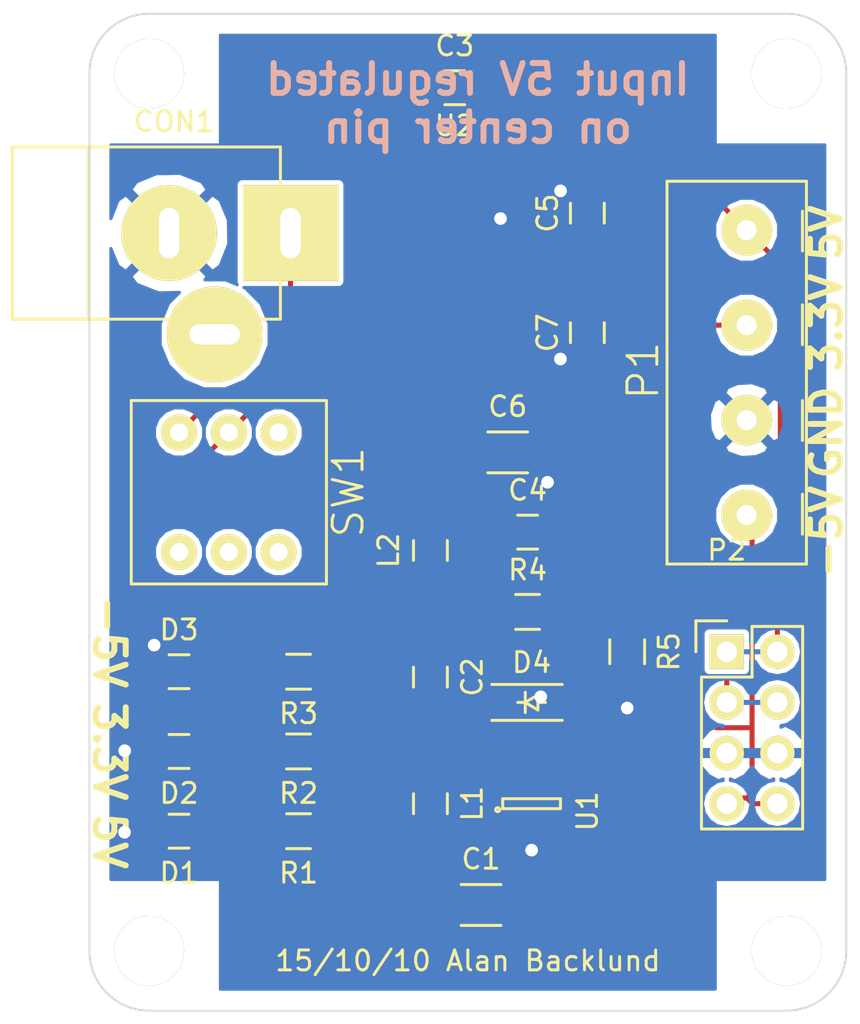
<source format=kicad_pcb>
(kicad_pcb (version 4) (host pcbnew "(2014-10-22 BZR 5214)-product")

  (general
    (links 49)
    (no_connects 0)
    (area 145.361476 97.32012 194.638524 153.03026)
    (thickness 1.6)
    (drawings 17)
    (tracks 160)
    (zones 0)
    (modules 28)
    (nets 13)
  )

  (page A4)
  (layers
    (0 F.Cu signal)
    (31 B.Cu signal)
    (32 B.Adhes user)
    (33 F.Adhes user)
    (34 B.Paste user)
    (35 F.Paste user)
    (36 B.SilkS user)
    (37 F.SilkS user)
    (38 B.Mask user)
    (39 F.Mask user)
    (40 Dwgs.User user)
    (41 Cmts.User user)
    (42 Eco1.User user)
    (43 Eco2.User user)
    (44 Edge.Cuts user)
    (45 Margin user)
    (46 B.CrtYd user)
    (47 F.CrtYd user)
    (48 B.Fab user)
    (49 F.Fab user)
  )

  (setup
    (last_trace_width 0.254)
    (trace_clearance 0.254)
    (zone_clearance 0.1524)
    (zone_45_only no)
    (trace_min 0.254)
    (segment_width 0.2)
    (edge_width 0.1)
    (via_size 0.889)
    (via_drill 0.635)
    (via_min_size 0.889)
    (via_min_drill 0.508)
    (uvia_size 0.508)
    (uvia_drill 0.127)
    (uvias_allowed no)
    (uvia_min_size 0.508)
    (uvia_min_drill 0.127)
    (pcb_text_width 0.3)
    (pcb_text_size 1.5 1.5)
    (mod_edge_width 0.15)
    (mod_text_size 1 1)
    (mod_text_width 0.15)
    (pad_size 1.5 1.5)
    (pad_drill 0.6)
    (pad_to_mask_clearance 0)
    (aux_axis_origin 0 0)
    (visible_elements FFFFFF7F)
    (pcbplotparams
      (layerselection 0x010f0_80000001)
      (usegerberextensions false)
      (excludeedgelayer true)
      (linewidth 0.200000)
      (plotframeref false)
      (viasonmask false)
      (mode 1)
      (useauxorigin false)
      (hpglpennumber 1)
      (hpglpenspeed 20)
      (hpglpendiameter 15)
      (hpglpenoverlay 2)
      (psnegative false)
      (psa4output false)
      (plotreference true)
      (plotvalue true)
      (plotinvisibletext false)
      (padsonsilk false)
      (subtractmaskfromsilk false)
      (outputformat 1)
      (mirror false)
      (drillshape 0)
      (scaleselection 1)
      (outputdirectory ""))
  )

  (net 0 "")
  (net 1 +5V)
  (net 2 GND)
  (net 3 "Net-(C2-Pad1)")
  (net 4 "Net-(C2-Pad2)")
  (net 5 -5V)
  (net 6 "Net-(C4-Pad2)")
  (net 7 +3.3V)
  (net 8 "Net-(CON1-Pad1)")
  (net 9 "Net-(CON1-Pad3)")
  (net 10 "Net-(D1-Pad1)")
  (net 11 "Net-(D2-Pad1)")
  (net 12 "Net-(D3-Pad2)")

  (net_class Default "This is the default net class."
    (clearance 0.254)
    (trace_width 0.254)
    (via_dia 0.889)
    (via_drill 0.635)
    (uvia_dia 0.508)
    (uvia_drill 0.127)
    (add_net +3.3V)
    (add_net +5V)
    (add_net -5V)
    (add_net GND)
    (add_net "Net-(C2-Pad1)")
    (add_net "Net-(C2-Pad2)")
    (add_net "Net-(C4-Pad2)")
    (add_net "Net-(CON1-Pad1)")
    (add_net "Net-(CON1-Pad3)")
    (add_net "Net-(D1-Pad1)")
    (add_net "Net-(D2-Pad1)")
    (add_net "Net-(D3-Pad2)")
  )

  (module Capacitors_SMD:C_1206_HandSoldering (layer F.Cu) (tedit 541A9C03) (tstamp 56180AA9)
    (at 170.66 144.7)
    (descr "Capacitor SMD 1206, hand soldering")
    (tags "capacitor 1206")
    (path /5617E158)
    (attr smd)
    (fp_text reference C1 (at 0 -2.3) (layer F.SilkS)
      (effects (font (size 1 1) (thickness 0.15)))
    )
    (fp_text value 4.7u (at 0 2.3) (layer F.Fab)
      (effects (font (size 1 1) (thickness 0.15)))
    )
    (fp_line (start -3.3 -1.15) (end 3.3 -1.15) (layer F.CrtYd) (width 0.05))
    (fp_line (start -3.3 1.15) (end 3.3 1.15) (layer F.CrtYd) (width 0.05))
    (fp_line (start -3.3 -1.15) (end -3.3 1.15) (layer F.CrtYd) (width 0.05))
    (fp_line (start 3.3 -1.15) (end 3.3 1.15) (layer F.CrtYd) (width 0.05))
    (fp_line (start 1 -1.025) (end -1 -1.025) (layer F.SilkS) (width 0.15))
    (fp_line (start -1 1.025) (end 1 1.025) (layer F.SilkS) (width 0.15))
    (pad 1 smd rect (at -2 0) (size 2 1.6) (layers F.Cu F.Paste F.Mask)
      (net 1 +5V))
    (pad 2 smd rect (at 2 0) (size 2 1.6) (layers F.Cu F.Paste F.Mask)
      (net 2 GND))
    (model Capacitors_SMD.3dshapes/C_1206_HandSoldering.wrl
      (at (xyz 0 0 0))
      (scale (xyz 1 1 1))
      (rotate (xyz 0 0 0))
    )
  )

  (module Capacitors_SMD:C_0805_HandSoldering (layer F.Cu) (tedit 541A9B8D) (tstamp 56180AAF)
    (at 168.12 133.27 270)
    (descr "Capacitor SMD 0805, hand soldering")
    (tags "capacitor 0805")
    (path /5617E171)
    (attr smd)
    (fp_text reference C2 (at 0 -2.1 270) (layer F.SilkS)
      (effects (font (size 1 1) (thickness 0.15)))
    )
    (fp_text value 0.47u (at 0 2.1 270) (layer F.Fab)
      (effects (font (size 1 1) (thickness 0.15)))
    )
    (fp_line (start -2.3 -1) (end 2.3 -1) (layer F.CrtYd) (width 0.05))
    (fp_line (start -2.3 1) (end 2.3 1) (layer F.CrtYd) (width 0.05))
    (fp_line (start -2.3 -1) (end -2.3 1) (layer F.CrtYd) (width 0.05))
    (fp_line (start 2.3 -1) (end 2.3 1) (layer F.CrtYd) (width 0.05))
    (fp_line (start 0.5 -0.85) (end -0.5 -0.85) (layer F.SilkS) (width 0.15))
    (fp_line (start -0.5 0.85) (end 0.5 0.85) (layer F.SilkS) (width 0.15))
    (pad 1 smd rect (at -1.25 0 270) (size 1.5 1.25) (layers F.Cu F.Paste F.Mask)
      (net 3 "Net-(C2-Pad1)"))
    (pad 2 smd rect (at 1.25 0 270) (size 1.5 1.25) (layers F.Cu F.Paste F.Mask)
      (net 4 "Net-(C2-Pad2)"))
    (model Capacitors_SMD.3dshapes/C_0805_HandSoldering.wrl
      (at (xyz 0 0 0))
      (scale (xyz 1 1 1))
      (rotate (xyz 0 0 0))
    )
  )

  (module Capacitors_SMD:C_0805_HandSoldering (layer F.Cu) (tedit 541A9B8D) (tstamp 56180AB5)
    (at 169.34 103.71)
    (descr "Capacitor SMD 0805, hand soldering")
    (tags "capacitor 0805")
    (path /5617E0BA)
    (attr smd)
    (fp_text reference C3 (at 0 -2.1) (layer F.SilkS)
      (effects (font (size 1 1) (thickness 0.15)))
    )
    (fp_text value 10u (at 0 2.1) (layer F.Fab)
      (effects (font (size 1 1) (thickness 0.15)))
    )
    (fp_line (start -2.3 -1) (end 2.3 -1) (layer F.CrtYd) (width 0.05))
    (fp_line (start -2.3 1) (end 2.3 1) (layer F.CrtYd) (width 0.05))
    (fp_line (start -2.3 -1) (end -2.3 1) (layer F.CrtYd) (width 0.05))
    (fp_line (start 2.3 -1) (end 2.3 1) (layer F.CrtYd) (width 0.05))
    (fp_line (start 0.5 -0.85) (end -0.5 -0.85) (layer F.SilkS) (width 0.15))
    (fp_line (start -0.5 0.85) (end 0.5 0.85) (layer F.SilkS) (width 0.15))
    (pad 1 smd rect (at -1.25 0) (size 1.5 1.25) (layers F.Cu F.Paste F.Mask)
      (net 1 +5V))
    (pad 2 smd rect (at 1.25 0) (size 1.5 1.25) (layers F.Cu F.Paste F.Mask)
      (net 2 GND))
    (model Capacitors_SMD.3dshapes/C_0805_HandSoldering.wrl
      (at (xyz 0 0 0))
      (scale (xyz 1 1 1))
      (rotate (xyz 0 0 0))
    )
  )

  (module Capacitors_SMD:C_0805_HandSoldering (layer F.Cu) (tedit 541A9B8D) (tstamp 56180ABB)
    (at 173 126)
    (descr "Capacitor SMD 0805, hand soldering")
    (tags "capacitor 0805")
    (path /5617E1DC)
    (attr smd)
    (fp_text reference C4 (at 0 -2.1) (layer F.SilkS)
      (effects (font (size 1 1) (thickness 0.15)))
    )
    (fp_text value 100p (at 0 2.1) (layer F.Fab)
      (effects (font (size 1 1) (thickness 0.15)))
    )
    (fp_line (start -2.3 -1) (end 2.3 -1) (layer F.CrtYd) (width 0.05))
    (fp_line (start -2.3 1) (end 2.3 1) (layer F.CrtYd) (width 0.05))
    (fp_line (start -2.3 -1) (end -2.3 1) (layer F.CrtYd) (width 0.05))
    (fp_line (start 2.3 -1) (end 2.3 1) (layer F.CrtYd) (width 0.05))
    (fp_line (start 0.5 -0.85) (end -0.5 -0.85) (layer F.SilkS) (width 0.15))
    (fp_line (start -0.5 0.85) (end 0.5 0.85) (layer F.SilkS) (width 0.15))
    (pad 1 smd rect (at -1.25 0) (size 1.5 1.25) (layers F.Cu F.Paste F.Mask)
      (net 5 -5V))
    (pad 2 smd rect (at 1.25 0) (size 1.5 1.25) (layers F.Cu F.Paste F.Mask)
      (net 6 "Net-(C4-Pad2)"))
    (model Capacitors_SMD.3dshapes/C_0805_HandSoldering.wrl
      (at (xyz 0 0 0))
      (scale (xyz 1 1 1))
      (rotate (xyz 0 0 0))
    )
  )

  (module Capacitors_SMD:C_0805_HandSoldering (layer F.Cu) (tedit 56185C8E) (tstamp 56185881)
    (at 176 110 90)
    (descr "Capacitor SMD 0805, hand soldering")
    (tags "capacitor 0805")
    (path /5617E131)
    (attr smd)
    (fp_text reference C5 (at 0 -2 90) (layer F.SilkS)
      (effects (font (size 1 1) (thickness 0.15)))
    )
    (fp_text value 10u (at 0 2.1 90) (layer F.Fab)
      (effects (font (size 1 1) (thickness 0.15)))
    )
    (fp_line (start -2.3 -1) (end 2.3 -1) (layer F.CrtYd) (width 0.05))
    (fp_line (start -2.3 1) (end 2.3 1) (layer F.CrtYd) (width 0.05))
    (fp_line (start -2.3 -1) (end -2.3 1) (layer F.CrtYd) (width 0.05))
    (fp_line (start 2.3 -1) (end 2.3 1) (layer F.CrtYd) (width 0.05))
    (fp_line (start 0.5 -0.85) (end -0.5 -0.85) (layer F.SilkS) (width 0.15))
    (fp_line (start -0.5 0.85) (end 0.5 0.85) (layer F.SilkS) (width 0.15))
    (pad 1 smd rect (at -1.25 0 90) (size 1.5 1.25) (layers F.Cu F.Paste F.Mask)
      (net 7 +3.3V))
    (pad 2 smd rect (at 1.25 0 90) (size 1.5 1.25) (layers F.Cu F.Paste F.Mask)
      (net 2 GND))
    (model Capacitors_SMD.3dshapes/C_0805_HandSoldering.wrl
      (at (xyz 0 0 0))
      (scale (xyz 1 1 1))
      (rotate (xyz 0 0 0))
    )
  )

  (module Capacitors_SMD:C_1206_HandSoldering (layer F.Cu) (tedit 541A9C03) (tstamp 56180AC7)
    (at 172 122)
    (descr "Capacitor SMD 1206, hand soldering")
    (tags "capacitor 1206")
    (path /5617E221)
    (attr smd)
    (fp_text reference C6 (at 0 -2.3) (layer F.SilkS)
      (effects (font (size 1 1) (thickness 0.15)))
    )
    (fp_text value 10u (at 0 2.3) (layer F.Fab)
      (effects (font (size 1 1) (thickness 0.15)))
    )
    (fp_line (start -3.3 -1.15) (end 3.3 -1.15) (layer F.CrtYd) (width 0.05))
    (fp_line (start -3.3 1.15) (end 3.3 1.15) (layer F.CrtYd) (width 0.05))
    (fp_line (start -3.3 -1.15) (end -3.3 1.15) (layer F.CrtYd) (width 0.05))
    (fp_line (start 3.3 -1.15) (end 3.3 1.15) (layer F.CrtYd) (width 0.05))
    (fp_line (start 1 -1.025) (end -1 -1.025) (layer F.SilkS) (width 0.15))
    (fp_line (start -1 1.025) (end 1 1.025) (layer F.SilkS) (width 0.15))
    (pad 1 smd rect (at -2 0) (size 2 1.6) (layers F.Cu F.Paste F.Mask)
      (net 5 -5V))
    (pad 2 smd rect (at 2 0) (size 2 1.6) (layers F.Cu F.Paste F.Mask)
      (net 2 GND))
    (model Capacitors_SMD.3dshapes/C_1206_HandSoldering.wrl
      (at (xyz 0 0 0))
      (scale (xyz 1 1 1))
      (rotate (xyz 0 0 0))
    )
  )

  (module Connect:JACK_ALIM (layer F.Cu) (tedit 56180A4D) (tstamp 56180ACE)
    (at 155 111)
    (descr "module 1 pin (ou trou mecanique de percage)")
    (tags "CONN JACK")
    (path /5617E075)
    (fp_text reference CON1 (at 0.254 -5.588) (layer F.SilkS)
      (effects (font (size 1 1) (thickness 0.15)))
    )
    (fp_text value "Power In" (at -5.08 5.588) (layer F.Fab)
      (effects (font (size 1 1) (thickness 0.15)))
    )
    (fp_line (start -7.112 -4.318) (end -7.874 -4.318) (layer F.SilkS) (width 0.15))
    (fp_line (start -7.874 -4.318) (end -7.874 4.318) (layer F.SilkS) (width 0.15))
    (fp_line (start -7.874 4.318) (end -7.112 4.318) (layer F.SilkS) (width 0.15))
    (fp_line (start -4.064 -4.318) (end -4.064 4.318) (layer F.SilkS) (width 0.15))
    (fp_line (start 5.588 -4.318) (end 5.588 4.318) (layer F.SilkS) (width 0.15))
    (fp_line (start -7.112 4.318) (end 5.588 4.318) (layer F.SilkS) (width 0.15))
    (fp_line (start -7.112 -4.318) (end 5.588 -4.318) (layer F.SilkS) (width 0.15))
    (pad 2 thru_hole circle (at 0 0) (size 4.8006 4.8006) (drill oval 1.016 2.54) (layers *.Cu *.Mask F.SilkS)
      (net 2 GND))
    (pad 1 thru_hole rect (at 6.096 0) (size 4.8006 4.8006) (drill oval 1.016 2.54) (layers *.Cu *.Mask F.SilkS)
      (net 8 "Net-(CON1-Pad1)"))
    (pad 3 thru_hole circle (at 2.286 5.08) (size 4.8006 4.8006) (drill oval 2.54 1.016) (layers *.Cu *.Mask F.SilkS)
      (net 9 "Net-(CON1-Pad3)"))
    (model Connect.3dshapes/JACK_ALIM.wrl
      (at (xyz 0 0 0))
      (scale (xyz 0.8 0.8 0.8))
      (rotate (xyz 0 0 0))
    )
  )

  (module Capacitors_SMD:C_0805_HandSoldering (layer F.Cu) (tedit 541A9B8D) (tstamp 56180AD4)
    (at 155.5 141 180)
    (descr "Capacitor SMD 0805, hand soldering")
    (tags "capacitor 0805")
    (path /5617E3BD)
    (attr smd)
    (fp_text reference D1 (at 0 -2.1 180) (layer F.SilkS)
      (effects (font (size 1 1) (thickness 0.15)))
    )
    (fp_text value 5V (at 0 2.1 180) (layer F.Fab)
      (effects (font (size 1 1) (thickness 0.15)))
    )
    (fp_line (start -2.3 -1) (end 2.3 -1) (layer F.CrtYd) (width 0.05))
    (fp_line (start -2.3 1) (end 2.3 1) (layer F.CrtYd) (width 0.05))
    (fp_line (start -2.3 -1) (end -2.3 1) (layer F.CrtYd) (width 0.05))
    (fp_line (start 2.3 -1) (end 2.3 1) (layer F.CrtYd) (width 0.05))
    (fp_line (start 0.5 -0.85) (end -0.5 -0.85) (layer F.SilkS) (width 0.15))
    (fp_line (start -0.5 0.85) (end 0.5 0.85) (layer F.SilkS) (width 0.15))
    (pad 1 smd rect (at -1.25 0 180) (size 1.5 1.25) (layers F.Cu F.Paste F.Mask)
      (net 10 "Net-(D1-Pad1)"))
    (pad 2 smd rect (at 1.25 0 180) (size 1.5 1.25) (layers F.Cu F.Paste F.Mask)
      (net 2 GND))
    (model Capacitors_SMD.3dshapes/C_0805_HandSoldering.wrl
      (at (xyz 0 0 0))
      (scale (xyz 1 1 1))
      (rotate (xyz 0 0 0))
    )
  )

  (module Capacitors_SMD:C_0805_HandSoldering (layer F.Cu) (tedit 541A9B8D) (tstamp 56180ADA)
    (at 155.5 137 180)
    (descr "Capacitor SMD 0805, hand soldering")
    (tags "capacitor 0805")
    (path /5617E418)
    (attr smd)
    (fp_text reference D2 (at 0 -2.1 180) (layer F.SilkS)
      (effects (font (size 1 1) (thickness 0.15)))
    )
    (fp_text value 3.3V (at 0 2.1 180) (layer F.Fab)
      (effects (font (size 1 1) (thickness 0.15)))
    )
    (fp_line (start -2.3 -1) (end 2.3 -1) (layer F.CrtYd) (width 0.05))
    (fp_line (start -2.3 1) (end 2.3 1) (layer F.CrtYd) (width 0.05))
    (fp_line (start -2.3 -1) (end -2.3 1) (layer F.CrtYd) (width 0.05))
    (fp_line (start 2.3 -1) (end 2.3 1) (layer F.CrtYd) (width 0.05))
    (fp_line (start 0.5 -0.85) (end -0.5 -0.85) (layer F.SilkS) (width 0.15))
    (fp_line (start -0.5 0.85) (end 0.5 0.85) (layer F.SilkS) (width 0.15))
    (pad 1 smd rect (at -1.25 0 180) (size 1.5 1.25) (layers F.Cu F.Paste F.Mask)
      (net 11 "Net-(D2-Pad1)"))
    (pad 2 smd rect (at 1.25 0 180) (size 1.5 1.25) (layers F.Cu F.Paste F.Mask)
      (net 2 GND))
    (model Capacitors_SMD.3dshapes/C_0805_HandSoldering.wrl
      (at (xyz 0 0 0))
      (scale (xyz 1 1 1))
      (rotate (xyz 0 0 0))
    )
  )

  (module Capacitors_SMD:C_0805_HandSoldering (layer F.Cu) (tedit 56185B06) (tstamp 56180AE0)
    (at 155.5 133)
    (descr "Capacitor SMD 0805, hand soldering")
    (tags "capacitor 0805")
    (path /5617E43D)
    (attr smd)
    (fp_text reference D3 (at 0 -2.1) (layer F.SilkS)
      (effects (font (size 1 1) (thickness 0.15)))
    )
    (fp_text value -5V (at 0 -2) (layer F.Fab)
      (effects (font (size 1 1) (thickness 0.15)))
    )
    (fp_line (start -2.3 -1) (end 2.3 -1) (layer F.CrtYd) (width 0.05))
    (fp_line (start -2.3 1) (end 2.3 1) (layer F.CrtYd) (width 0.05))
    (fp_line (start -2.3 -1) (end -2.3 1) (layer F.CrtYd) (width 0.05))
    (fp_line (start 2.3 -1) (end 2.3 1) (layer F.CrtYd) (width 0.05))
    (fp_line (start 0.5 -0.85) (end -0.5 -0.85) (layer F.SilkS) (width 0.15))
    (fp_line (start -0.5 0.85) (end 0.5 0.85) (layer F.SilkS) (width 0.15))
    (pad 1 smd rect (at -1.25 0) (size 1.5 1.25) (layers F.Cu F.Paste F.Mask)
      (net 2 GND))
    (pad 2 smd rect (at 1.25 0) (size 1.5 1.25) (layers F.Cu F.Paste F.Mask)
      (net 12 "Net-(D3-Pad2)"))
    (model Capacitors_SMD.3dshapes/C_0805_HandSoldering.wrl
      (at (xyz 0 0 0))
      (scale (xyz 1 1 1))
      (rotate (xyz 0 0 0))
    )
  )

  (module Diodes_SMD:SOD-123 (layer F.Cu) (tedit 5530FCB9) (tstamp 56180AE6)
    (at 173.2 134.54)
    (descr SOD-123)
    (tags SOD-123)
    (path /5617E458)
    (attr smd)
    (fp_text reference D4 (at 0 -2) (layer F.SilkS)
      (effects (font (size 1 1) (thickness 0.15)))
    )
    (fp_text value 20V (at 0 2.1) (layer F.Fab)
      (effects (font (size 1 1) (thickness 0.15)))
    )
    (fp_line (start 0.3175 0) (end 0.6985 0) (layer F.SilkS) (width 0.15))
    (fp_line (start -0.6985 0) (end -0.3175 0) (layer F.SilkS) (width 0.15))
    (fp_line (start -0.3175 0) (end 0.3175 -0.381) (layer F.SilkS) (width 0.15))
    (fp_line (start 0.3175 -0.381) (end 0.3175 0.381) (layer F.SilkS) (width 0.15))
    (fp_line (start 0.3175 0.381) (end -0.3175 0) (layer F.SilkS) (width 0.15))
    (fp_line (start -0.3175 -0.508) (end -0.3175 0.508) (layer F.SilkS) (width 0.15))
    (fp_line (start -2.25 -1.05) (end 2.25 -1.05) (layer F.CrtYd) (width 0.05))
    (fp_line (start 2.25 -1.05) (end 2.25 1.05) (layer F.CrtYd) (width 0.05))
    (fp_line (start 2.25 1.05) (end -2.25 1.05) (layer F.CrtYd) (width 0.05))
    (fp_line (start -2.25 -1.05) (end -2.25 1.05) (layer F.CrtYd) (width 0.05))
    (fp_line (start -2 0.9) (end 1.54 0.9) (layer F.SilkS) (width 0.15))
    (fp_line (start -2 -0.9) (end 1.54 -0.9) (layer F.SilkS) (width 0.15))
    (pad 1 smd rect (at -1.635 0) (size 0.91 1.22) (layers F.Cu F.Paste F.Mask)
      (net 3 "Net-(C2-Pad1)"))
    (pad 2 smd rect (at 1.635 0) (size 0.91 1.22) (layers F.Cu F.Paste F.Mask)
      (net 2 GND))
  )

  (module Capacitors_SMD:C_0805_HandSoldering (layer F.Cu) (tedit 541A9B8D) (tstamp 56180AEC)
    (at 168.12 139.62 270)
    (descr "Capacitor SMD 0805, hand soldering")
    (tags "capacitor 0805")
    (path /5617E4AD)
    (attr smd)
    (fp_text reference L1 (at 0 -2.1 270) (layer F.SilkS)
      (effects (font (size 1 1) (thickness 0.15)))
    )
    (fp_text value 10u (at 0 2.1 270) (layer F.Fab)
      (effects (font (size 1 1) (thickness 0.15)))
    )
    (fp_line (start -2.3 -1) (end 2.3 -1) (layer F.CrtYd) (width 0.05))
    (fp_line (start -2.3 1) (end 2.3 1) (layer F.CrtYd) (width 0.05))
    (fp_line (start -2.3 -1) (end -2.3 1) (layer F.CrtYd) (width 0.05))
    (fp_line (start 2.3 -1) (end 2.3 1) (layer F.CrtYd) (width 0.05))
    (fp_line (start 0.5 -0.85) (end -0.5 -0.85) (layer F.SilkS) (width 0.15))
    (fp_line (start -0.5 0.85) (end 0.5 0.85) (layer F.SilkS) (width 0.15))
    (pad 1 smd rect (at -1.25 0 270) (size 1.5 1.25) (layers F.Cu F.Paste F.Mask)
      (net 1 +5V))
    (pad 2 smd rect (at 1.25 0 270) (size 1.5 1.25) (layers F.Cu F.Paste F.Mask)
      (net 4 "Net-(C2-Pad2)"))
    (model Capacitors_SMD.3dshapes/C_0805_HandSoldering.wrl
      (at (xyz 0 0 0))
      (scale (xyz 1 1 1))
      (rotate (xyz 0 0 0))
    )
  )

  (module Capacitors_SMD:C_0805_HandSoldering (layer F.Cu) (tedit 541A9B8D) (tstamp 56180AF2)
    (at 168.12 126.92 90)
    (descr "Capacitor SMD 0805, hand soldering")
    (tags "capacitor 0805")
    (path /56180998)
    (attr smd)
    (fp_text reference L2 (at 0 -2.1 90) (layer F.SilkS)
      (effects (font (size 1 1) (thickness 0.15)))
    )
    (fp_text value 10u (at 0 2.1 90) (layer F.Fab)
      (effects (font (size 1 1) (thickness 0.15)))
    )
    (fp_line (start -2.3 -1) (end 2.3 -1) (layer F.CrtYd) (width 0.05))
    (fp_line (start -2.3 1) (end 2.3 1) (layer F.CrtYd) (width 0.05))
    (fp_line (start -2.3 -1) (end -2.3 1) (layer F.CrtYd) (width 0.05))
    (fp_line (start 2.3 -1) (end 2.3 1) (layer F.CrtYd) (width 0.05))
    (fp_line (start 0.5 -0.85) (end -0.5 -0.85) (layer F.SilkS) (width 0.15))
    (fp_line (start -0.5 0.85) (end 0.5 0.85) (layer F.SilkS) (width 0.15))
    (pad 1 smd rect (at -1.25 0 90) (size 1.5 1.25) (layers F.Cu F.Paste F.Mask)
      (net 3 "Net-(C2-Pad1)"))
    (pad 2 smd rect (at 1.25 0 90) (size 1.5 1.25) (layers F.Cu F.Paste F.Mask)
      (net 5 -5V))
    (model Capacitors_SMD.3dshapes/C_0805_HandSoldering.wrl
      (at (xyz 0 0 0))
      (scale (xyz 1 1 1))
      (rotate (xyz 0 0 0))
    )
  )

  (module Pin_Headers:Pin_Header_Straight_2x04 (layer F.Cu) (tedit 56180A4D) (tstamp 56180B06)
    (at 183 132)
    (descr "Through hole pin header")
    (tags "pin header")
    (path /5617E52D)
    (fp_text reference P2 (at 0 -5.1) (layer F.SilkS)
      (effects (font (size 1 1) (thickness 0.15)))
    )
    (fp_text value "Power Out" (at 0 -3.1) (layer F.Fab)
      (effects (font (size 1 1) (thickness 0.15)))
    )
    (fp_line (start -1.75 -1.75) (end -1.75 9.4) (layer F.CrtYd) (width 0.05))
    (fp_line (start 4.3 -1.75) (end 4.3 9.4) (layer F.CrtYd) (width 0.05))
    (fp_line (start -1.75 -1.75) (end 4.3 -1.75) (layer F.CrtYd) (width 0.05))
    (fp_line (start -1.75 9.4) (end 4.3 9.4) (layer F.CrtYd) (width 0.05))
    (fp_line (start -1.27 1.27) (end -1.27 8.89) (layer F.SilkS) (width 0.15))
    (fp_line (start -1.27 8.89) (end 3.81 8.89) (layer F.SilkS) (width 0.15))
    (fp_line (start 3.81 8.89) (end 3.81 -1.27) (layer F.SilkS) (width 0.15))
    (fp_line (start 3.81 -1.27) (end 1.27 -1.27) (layer F.SilkS) (width 0.15))
    (fp_line (start 0 -1.55) (end -1.55 -1.55) (layer F.SilkS) (width 0.15))
    (fp_line (start 1.27 -1.27) (end 1.27 1.27) (layer F.SilkS) (width 0.15))
    (fp_line (start 1.27 1.27) (end -1.27 1.27) (layer F.SilkS) (width 0.15))
    (fp_line (start -1.55 -1.55) (end -1.55 0) (layer F.SilkS) (width 0.15))
    (pad 1 thru_hole rect (at 0 0) (size 1.7272 1.7272) (drill 1.016) (layers *.Cu *.Mask F.SilkS)
      (net 1 +5V))
    (pad 2 thru_hole oval (at 2.54 0) (size 1.7272 1.7272) (drill 1.016) (layers *.Cu *.Mask F.SilkS)
      (net 1 +5V))
    (pad 3 thru_hole oval (at 0 2.54) (size 1.7272 1.7272) (drill 1.016) (layers *.Cu *.Mask F.SilkS)
      (net 7 +3.3V))
    (pad 4 thru_hole oval (at 2.54 2.54) (size 1.7272 1.7272) (drill 1.016) (layers *.Cu *.Mask F.SilkS)
      (net 7 +3.3V))
    (pad 5 thru_hole oval (at 0 5.08) (size 1.7272 1.7272) (drill 1.016) (layers *.Cu *.Mask F.SilkS)
      (net 2 GND))
    (pad 6 thru_hole oval (at 2.54 5.08) (size 1.7272 1.7272) (drill 1.016) (layers *.Cu *.Mask F.SilkS)
      (net 2 GND))
    (pad 7 thru_hole oval (at 0 7.62) (size 1.7272 1.7272) (drill 1.016) (layers *.Cu *.Mask F.SilkS)
      (net 5 -5V))
    (pad 8 thru_hole oval (at 2.54 7.62) (size 1.7272 1.7272) (drill 1.016) (layers *.Cu *.Mask F.SilkS)
      (net 5 -5V))
    (model Pin_Headers.3dshapes/Pin_Header_Straight_2x04.wrl
      (at (xyz 0.05 -0.15 0))
      (scale (xyz 1 1 1))
      (rotate (xyz 0 0 90))
    )
  )

  (module Resistors_SMD:R_0805_HandSoldering (layer F.Cu) (tedit 54189DEE) (tstamp 56180B0C)
    (at 161.5 141 180)
    (descr "Resistor SMD 0805, hand soldering")
    (tags "resistor 0805")
    (path /5617E23A)
    (attr smd)
    (fp_text reference R1 (at 0 -2.1 180) (layer F.SilkS)
      (effects (font (size 1 1) (thickness 0.15)))
    )
    (fp_text value 470 (at 0 2.1 180) (layer F.Fab)
      (effects (font (size 1 1) (thickness 0.15)))
    )
    (fp_line (start -2.4 -1) (end 2.4 -1) (layer F.CrtYd) (width 0.05))
    (fp_line (start -2.4 1) (end 2.4 1) (layer F.CrtYd) (width 0.05))
    (fp_line (start -2.4 -1) (end -2.4 1) (layer F.CrtYd) (width 0.05))
    (fp_line (start 2.4 -1) (end 2.4 1) (layer F.CrtYd) (width 0.05))
    (fp_line (start 0.6 0.875) (end -0.6 0.875) (layer F.SilkS) (width 0.15))
    (fp_line (start -0.6 -0.875) (end 0.6 -0.875) (layer F.SilkS) (width 0.15))
    (pad 1 smd rect (at -1.35 0 180) (size 1.5 1.3) (layers F.Cu F.Paste F.Mask)
      (net 1 +5V))
    (pad 2 smd rect (at 1.35 0 180) (size 1.5 1.3) (layers F.Cu F.Paste F.Mask)
      (net 10 "Net-(D1-Pad1)"))
    (model Resistors_SMD.3dshapes/R_0805_HandSoldering.wrl
      (at (xyz 0 0 0))
      (scale (xyz 1 1 1))
      (rotate (xyz 0 0 0))
    )
  )

  (module Resistors_SMD:R_0805_HandSoldering (layer F.Cu) (tedit 54189DEE) (tstamp 56180B12)
    (at 161.5 137 180)
    (descr "Resistor SMD 0805, hand soldering")
    (tags "resistor 0805")
    (path /5617E323)
    (attr smd)
    (fp_text reference R2 (at 0 -2.1 180) (layer F.SilkS)
      (effects (font (size 1 1) (thickness 0.15)))
    )
    (fp_text value 330 (at 0 2.1 180) (layer F.Fab)
      (effects (font (size 1 1) (thickness 0.15)))
    )
    (fp_line (start -2.4 -1) (end 2.4 -1) (layer F.CrtYd) (width 0.05))
    (fp_line (start -2.4 1) (end 2.4 1) (layer F.CrtYd) (width 0.05))
    (fp_line (start -2.4 -1) (end -2.4 1) (layer F.CrtYd) (width 0.05))
    (fp_line (start 2.4 -1) (end 2.4 1) (layer F.CrtYd) (width 0.05))
    (fp_line (start 0.6 0.875) (end -0.6 0.875) (layer F.SilkS) (width 0.15))
    (fp_line (start -0.6 -0.875) (end 0.6 -0.875) (layer F.SilkS) (width 0.15))
    (pad 1 smd rect (at -1.35 0 180) (size 1.5 1.3) (layers F.Cu F.Paste F.Mask)
      (net 7 +3.3V))
    (pad 2 smd rect (at 1.35 0 180) (size 1.5 1.3) (layers F.Cu F.Paste F.Mask)
      (net 11 "Net-(D2-Pad1)"))
    (model Resistors_SMD.3dshapes/R_0805_HandSoldering.wrl
      (at (xyz 0 0 0))
      (scale (xyz 1 1 1))
      (rotate (xyz 0 0 0))
    )
  )

  (module Resistors_SMD:R_0805_HandSoldering (layer F.Cu) (tedit 54189DEE) (tstamp 56180B18)
    (at 161.5 133 180)
    (descr "Resistor SMD 0805, hand soldering")
    (tags "resistor 0805")
    (path /5617E3A4)
    (attr smd)
    (fp_text reference R3 (at 0 -2.1 180) (layer F.SilkS)
      (effects (font (size 1 1) (thickness 0.15)))
    )
    (fp_text value 470 (at 0 2.1 180) (layer F.Fab)
      (effects (font (size 1 1) (thickness 0.15)))
    )
    (fp_line (start -2.4 -1) (end 2.4 -1) (layer F.CrtYd) (width 0.05))
    (fp_line (start -2.4 1) (end 2.4 1) (layer F.CrtYd) (width 0.05))
    (fp_line (start -2.4 -1) (end -2.4 1) (layer F.CrtYd) (width 0.05))
    (fp_line (start 2.4 -1) (end 2.4 1) (layer F.CrtYd) (width 0.05))
    (fp_line (start 0.6 0.875) (end -0.6 0.875) (layer F.SilkS) (width 0.15))
    (fp_line (start -0.6 -0.875) (end 0.6 -0.875) (layer F.SilkS) (width 0.15))
    (pad 1 smd rect (at -1.35 0 180) (size 1.5 1.3) (layers F.Cu F.Paste F.Mask)
      (net 5 -5V))
    (pad 2 smd rect (at 1.35 0 180) (size 1.5 1.3) (layers F.Cu F.Paste F.Mask)
      (net 12 "Net-(D3-Pad2)"))
    (model Resistors_SMD.3dshapes/R_0805_HandSoldering.wrl
      (at (xyz 0 0 0))
      (scale (xyz 1 1 1))
      (rotate (xyz 0 0 0))
    )
  )

  (module Resistors_SMD:R_0805_HandSoldering (layer F.Cu) (tedit 54189DEE) (tstamp 56180B1E)
    (at 173 130)
    (descr "Resistor SMD 0805, hand soldering")
    (tags "resistor 0805")
    (path /561808FC)
    (attr smd)
    (fp_text reference R4 (at 0 -2.1) (layer F.SilkS)
      (effects (font (size 1 1) (thickness 0.15)))
    )
    (fp_text value 73.2 (at 0 2.1) (layer F.Fab)
      (effects (font (size 1 1) (thickness 0.15)))
    )
    (fp_line (start -2.4 -1) (end 2.4 -1) (layer F.CrtYd) (width 0.05))
    (fp_line (start -2.4 1) (end 2.4 1) (layer F.CrtYd) (width 0.05))
    (fp_line (start -2.4 -1) (end -2.4 1) (layer F.CrtYd) (width 0.05))
    (fp_line (start 2.4 -1) (end 2.4 1) (layer F.CrtYd) (width 0.05))
    (fp_line (start 0.6 0.875) (end -0.6 0.875) (layer F.SilkS) (width 0.15))
    (fp_line (start -0.6 -0.875) (end 0.6 -0.875) (layer F.SilkS) (width 0.15))
    (pad 1 smd rect (at -1.35 0) (size 1.5 1.3) (layers F.Cu F.Paste F.Mask)
      (net 5 -5V))
    (pad 2 smd rect (at 1.35 0) (size 1.5 1.3) (layers F.Cu F.Paste F.Mask)
      (net 6 "Net-(C4-Pad2)"))
    (model Resistors_SMD.3dshapes/R_0805_HandSoldering.wrl
      (at (xyz 0 0 0))
      (scale (xyz 1 1 1))
      (rotate (xyz 0 0 0))
    )
  )

  (module Resistors_SMD:R_0805_HandSoldering (layer F.Cu) (tedit 54189DEE) (tstamp 56180B24)
    (at 178 132 270)
    (descr "Resistor SMD 0805, hand soldering")
    (tags "resistor 0805")
    (path /561806F4)
    (attr smd)
    (fp_text reference R5 (at 0 -2.1 270) (layer F.SilkS)
      (effects (font (size 1 1) (thickness 0.15)))
    )
    (fp_text value 24.9 (at 0 2.1 270) (layer F.Fab)
      (effects (font (size 1 1) (thickness 0.15)))
    )
    (fp_line (start -2.4 -1) (end 2.4 -1) (layer F.CrtYd) (width 0.05))
    (fp_line (start -2.4 1) (end 2.4 1) (layer F.CrtYd) (width 0.05))
    (fp_line (start -2.4 -1) (end -2.4 1) (layer F.CrtYd) (width 0.05))
    (fp_line (start 2.4 -1) (end 2.4 1) (layer F.CrtYd) (width 0.05))
    (fp_line (start 0.6 0.875) (end -0.6 0.875) (layer F.SilkS) (width 0.15))
    (fp_line (start -0.6 -0.875) (end 0.6 -0.875) (layer F.SilkS) (width 0.15))
    (pad 1 smd rect (at -1.35 0 270) (size 1.5 1.3) (layers F.Cu F.Paste F.Mask)
      (net 6 "Net-(C4-Pad2)"))
    (pad 2 smd rect (at 1.35 0 270) (size 1.5 1.3) (layers F.Cu F.Paste F.Mask)
      (net 2 GND))
    (model Resistors_SMD.3dshapes/R_0805_HandSoldering.wrl
      (at (xyz 0 0 0))
      (scale (xyz 1 1 1))
      (rotate (xyz 0 0 0))
    )
  )

  (module Housings_SOT-23_SOT-143_TSOT-6:SOT-23-5 (layer F.Cu) (tedit 56185B33) (tstamp 56180B37)
    (at 173.2 139.62 90)
    (descr "5-pin SOT23 package")
    (tags SOT-23-5)
    (path /5617E04C)
    (attr smd)
    (fp_text reference U1 (at -0.38 2.8 90) (layer F.SilkS)
      (effects (font (size 1 1) (thickness 0.15)))
    )
    (fp_text value LT1617 (at -0.05 2.35 90) (layer F.Fab)
      (effects (font (size 1 1) (thickness 0.15)))
    )
    (fp_line (start -1.8 -1.6) (end 1.8 -1.6) (layer F.CrtYd) (width 0.05))
    (fp_line (start 1.8 -1.6) (end 1.8 1.6) (layer F.CrtYd) (width 0.05))
    (fp_line (start 1.8 1.6) (end -1.8 1.6) (layer F.CrtYd) (width 0.05))
    (fp_line (start -1.8 1.6) (end -1.8 -1.6) (layer F.CrtYd) (width 0.05))
    (fp_circle (center -0.3 -1.7) (end -0.2 -1.7) (layer F.SilkS) (width 0.15))
    (fp_line (start 0.25 -1.45) (end -0.25 -1.45) (layer F.SilkS) (width 0.15))
    (fp_line (start 0.25 1.45) (end 0.25 -1.45) (layer F.SilkS) (width 0.15))
    (fp_line (start -0.25 1.45) (end 0.25 1.45) (layer F.SilkS) (width 0.15))
    (fp_line (start -0.25 -1.45) (end -0.25 1.45) (layer F.SilkS) (width 0.15))
    (pad 1 smd rect (at -1.1 -0.95 90) (size 1.06 0.65) (layers F.Cu F.Paste F.Mask)
      (net 4 "Net-(C2-Pad2)"))
    (pad 2 smd rect (at -1.1 0 90) (size 1.06 0.65) (layers F.Cu F.Paste F.Mask)
      (net 2 GND))
    (pad 3 smd rect (at -1.1 0.95 90) (size 1.06 0.65) (layers F.Cu F.Paste F.Mask)
      (net 6 "Net-(C4-Pad2)"))
    (pad 4 smd rect (at 1.1 0.95 90) (size 1.06 0.65) (layers F.Cu F.Paste F.Mask)
      (net 1 +5V))
    (pad 5 smd rect (at 1.1 -0.95 90) (size 1.06 0.65) (layers F.Cu F.Paste F.Mask)
      (net 1 +5V))
    (model Housings_SOT-23_SOT-143_TSOT-6.3dshapes/SOT-23-5.wrl
      (at (xyz 0 0 0))
      (scale (xyz 0.11 0.11 0.11))
      (rotate (xyz 0 0 90))
    )
  )

  (module AB1lib:DPAK (layer F.Cu) (tedit 56196B55) (tstamp 56185874)
    (at 169.34 111.33 180)
    (path /5617E01F)
    (fp_text reference U2 (at 0 5.715 180) (layer F.SilkS)
      (effects (font (size 1 1) (thickness 0.15)))
    )
    (fp_text value LD1117DT33 (at 0 -7.62 180) (layer F.Fab)
      (effects (font (size 1 1) (thickness 0.15)))
    )
    (pad 1 smd rect (at -2.3 3.3 180) (size 1.6 3) (layers F.Cu F.Paste F.Mask)
      (net 2 GND))
    (pad 3 smd rect (at 2.3 3.3 180) (size 1.6 3) (layers F.Cu F.Paste F.Mask)
      (net 1 +5V))
    (pad 2 smd rect (at 0 -3.35 180) (size 6.7 6.7) (layers F.Cu F.Paste F.Mask)
      (net 7 +3.3V))
  )

  (module AB1lib:4pinTerminal (layer F.Cu) (tedit 56185B80) (tstamp 561854AC)
    (at 184 118 270)
    (path /5617E693)
    (fp_text reference P1 (at -0.1 5.2 270) (layer F.SilkS)
      (effects (font (size 1.5 1.5) (thickness 0.15)))
    )
    (fp_text value "Power Out" (at -0.1 -4.2 270) (layer F.SilkS) hide
      (effects (font (size 1.5 1.5) (thickness 0.15)))
    )
    (fp_line (start 6.1 -2.8) (end 8.1 -2.8) (layer F.SilkS) (width 0.15))
    (fp_line (start 1.4 -2.8) (end 3.4 -2.8) (layer F.SilkS) (width 0.15))
    (fp_line (start -3.4 -2.8) (end -1.4 -2.8) (layer F.SilkS) (width 0.15))
    (fp_line (start -8.1 -2.8) (end -6.1 -2.8) (layer F.SilkS) (width 0.15))
    (fp_line (start 9.6 -3) (end 9.6 4) (layer F.SilkS) (width 0.15))
    (fp_line (start -9.6 -3) (end -9.6 4) (layer F.SilkS) (width 0.15))
    (fp_line (start -9.6 -3) (end 9.6 -3) (layer F.SilkS) (width 0.15))
    (fp_line (start -9.6 4) (end 9.6 4) (layer F.SilkS) (width 0.15))
    (pad 3 thru_hole circle (at 2.38125 0 270) (size 2.54 2.54) (drill 0.999998) (layers *.Cu *.Mask F.SilkS)
      (net 2 GND))
    (pad 2 thru_hole circle (at -2.38125 0 270) (size 2.54 2.54) (drill 0.999998) (layers *.Cu *.Mask F.SilkS)
      (net 7 +3.3V))
    (pad 1 thru_hole circle (at -7.14375 0 270) (size 2.54 2.54) (drill 0.999998) (layers *.Cu *.Mask F.SilkS)
      (net 1 +5V))
    (pad 4 thru_hole circle (at 7.14375 0 270) (size 2.54 2.54) (drill 0.999998) (layers *.Cu *.Mask F.SilkS)
      (net 5 -5V))
  )

  (module AB1lib:PVA2EE (layer F.Cu) (tedit 56185CD7) (tstamp 561854BA)
    (at 158 124)
    (path /56183508)
    (fp_text reference SW1 (at 6 0 270) (layer F.SilkS)
      (effects (font (size 1.5 1.5) (thickness 0.15)))
    )
    (fp_text value Power (at 0.4 5.85) (layer F.SilkS) hide
      (effects (font (size 1.5 1.5) (thickness 0.15)))
    )
    (fp_line (start -4.9 -4.6) (end -4.9 4.6) (layer F.SilkS) (width 0.15))
    (fp_line (start 4.9 -4.6) (end 4.9 4.6) (layer F.SilkS) (width 0.15))
    (fp_line (start -4.9 4.6) (end 4.9 4.6) (layer F.SilkS) (width 0.15))
    (fp_line (start -4.9 -4.6) (end 4.9 -4.6) (layer F.SilkS) (width 0.15))
    (pad 1 thru_hole circle (at -2.5 -3) (size 1.8 1.8) (drill 0.9) (layers *.Cu *.Mask F.SilkS)
      (net 8 "Net-(CON1-Pad1)"))
    (pad 2 thru_hole circle (at 0 -3) (size 1.8 1.8) (drill 0.9) (layers *.Cu *.Mask F.SilkS)
      (net 1 +5V))
    (pad 3 thru_hole circle (at 2.5 -3) (size 1.8 1.8) (drill 0.9) (layers *.Cu *.Mask F.SilkS))
    (pad 4 thru_hole circle (at -2.5 3) (size 1.8 1.8) (drill 0.9) (layers *.Cu *.Mask F.SilkS))
    (pad 5 thru_hole circle (at 0 3) (size 1.8 1.8) (drill 0.9) (layers *.Cu *.Mask F.SilkS))
    (pad 6 thru_hole circle (at 2.5 3) (size 1.8 1.8) (drill 0.9) (layers *.Cu *.Mask F.SilkS))
  )

  (module Capacitors_SMD:C_0805_HandSoldering (layer F.Cu) (tedit 56185C80) (tstamp 5618586C)
    (at 176 116 270)
    (descr "Capacitor SMD 0805, hand soldering")
    (tags "capacitor 0805")
    (path /56185C9F)
    (attr smd)
    (fp_text reference C7 (at 0 2 270) (layer F.SilkS)
      (effects (font (size 1 1) (thickness 0.15)))
    )
    (fp_text value 0.1u (at 0 -2 270) (layer F.Fab)
      (effects (font (size 1 1) (thickness 0.15)))
    )
    (fp_line (start -2.3 -1) (end 2.3 -1) (layer F.CrtYd) (width 0.05))
    (fp_line (start -2.3 1) (end 2.3 1) (layer F.CrtYd) (width 0.05))
    (fp_line (start -2.3 -1) (end -2.3 1) (layer F.CrtYd) (width 0.05))
    (fp_line (start 2.3 -1) (end 2.3 1) (layer F.CrtYd) (width 0.05))
    (fp_line (start 0.5 -0.85) (end -0.5 -0.85) (layer F.SilkS) (width 0.15))
    (fp_line (start -0.5 0.85) (end 0.5 0.85) (layer F.SilkS) (width 0.15))
    (pad 1 smd rect (at -1.25 0 270) (size 1.5 1.25) (layers F.Cu F.Paste F.Mask)
      (net 7 +3.3V))
    (pad 2 smd rect (at 1.25 0 270) (size 1.5 1.25) (layers F.Cu F.Paste F.Mask)
      (net 2 GND))
    (model Capacitors_SMD.3dshapes/C_0805_HandSoldering.wrl
      (at (xyz 0 0 0))
      (scale (xyz 1 1 1))
      (rotate (xyz 0 0 0))
    )
  )

  (module Mounting_Holes:MountingHole_3-5mm (layer F.Cu) (tedit 56185712) (tstamp 56185718)
    (at 186 103)
    (descr "Mounting hole, Befestigungsbohrung, 3,5mm, No Annular, Kein Restring,")
    (tags "Mounting hole, Befestigungsbohrung, 3,5mm, No Annular, Kein Restring,")
    (fp_text reference REF1 (at 0 -4.50088) (layer F.SilkS) hide
      (effects (font (size 1 1) (thickness 0.15)))
    )
    (fp_text value MountingHole_3-5mm (at 0 5.00126) (layer F.Fab) hide
      (effects (font (size 1 1) (thickness 0.15)))
    )
    (fp_circle (center 0 0) (end 3.5 0) (layer Cmts.User) (width 0.381))
    (pad 1 thru_hole circle (at 0 0) (size 3.5 3.5) (drill 3.5) (layers))
  )

  (module Mounting_Holes:MountingHole_3-5mm (layer F.Cu) (tedit 56185A27) (tstamp 5618576F)
    (at 154 103)
    (descr "Mounting hole, Befestigungsbohrung, 3,5mm, No Annular, Kein Restring,")
    (tags "Mounting hole, Befestigungsbohrung, 3,5mm, No Annular, Kein Restring,")
    (fp_text reference REF2 (at 0 -4.50088) (layer F.SilkS) hide
      (effects (font (size 1 1) (thickness 0.15)))
    )
    (fp_text value MountingHole_3-5mm (at 0 5.00126) (layer F.Fab) hide
      (effects (font (size 1 1) (thickness 0.15)))
    )
    (fp_circle (center 0 0) (end 3.5 0) (layer Cmts.User) (width 0.381))
    (pad 1 thru_hole circle (at 0 0) (size 3.5 3.5) (drill 3.5) (layers))
  )

  (module Mounting_Holes:MountingHole_3-5mm (layer F.Cu) (tedit 56185AA5) (tstamp 56185776)
    (at 186 147)
    (descr "Mounting hole, Befestigungsbohrung, 3,5mm, No Annular, Kein Restring,")
    (tags "Mounting hole, Befestigungsbohrung, 3,5mm, No Annular, Kein Restring,")
    (fp_text reference REF4 (at 0 -4.50088) (layer F.SilkS) hide
      (effects (font (size 1 1) (thickness 0.15)))
    )
    (fp_text value MountingHole_3-5mm (at 0 5.00126) (layer F.Fab) hide
      (effects (font (size 1 1) (thickness 0.15)))
    )
    (fp_circle (center 0 0) (end 3.5 0) (layer Cmts.User) (width 0.381))
    (pad 1 thru_hole circle (at 0 0) (size 3.5 3.5) (drill 3.5) (layers))
  )

  (module Mounting_Holes:MountingHole_3-5mm (layer F.Cu) (tedit 56185A8E) (tstamp 5618577C)
    (at 154 147)
    (descr "Mounting hole, Befestigungsbohrung, 3,5mm, No Annular, Kein Restring,")
    (tags "Mounting hole, Befestigungsbohrung, 3,5mm, No Annular, Kein Restring,")
    (fp_text reference REF3 (at 0 -4.50088) (layer F.SilkS) hide
      (effects (font (size 1 1) (thickness 0.15)))
    )
    (fp_text value MountingHole_3-5mm (at 0 5.00126) (layer F.Fab) hide
      (effects (font (size 1 1) (thickness 0.15)))
    )
    (fp_circle (center 0 0) (end 3.5 0) (layer Cmts.User) (width 0.381))
    (pad 1 thru_hole circle (at 0 0) (size 3.5 3.5) (drill 3.5) (layers))
  )

  (gr_text "15/10/10 Alan Backlund" (at 170 147.5) (layer F.SilkS)
    (effects (font (size 1 1) (thickness 0.15)))
  )
  (gr_text "Input 5V regulated\non center pin" (at 170.5 104.5) (layer B.SilkS)
    (effects (font (size 1.5 1.5) (thickness 0.3)) (justify mirror))
  )
  (gr_arc (start 154 147) (end 154 150) (angle 90) (layer Edge.Cuts) (width 0.1))
  (gr_arc (start 186 147) (end 189 147) (angle 90) (layer Edge.Cuts) (width 0.1))
  (gr_arc (start 186 103) (end 186 100) (angle 90) (layer Edge.Cuts) (width 0.1))
  (gr_arc (start 154 103) (end 151 103) (angle 90) (layer Edge.Cuts) (width 0.1))
  (gr_text 5V (at 152 141.5 270) (layer F.SilkS)
    (effects (font (size 1.5 1.5) (thickness 0.3)))
  )
  (gr_text 3.3V (at 152 137 270) (layer F.SilkS)
    (effects (font (size 1.5 1.5) (thickness 0.3)))
  )
  (gr_text -5V (at 152 131.5 270) (layer F.SilkS)
    (effects (font (size 1.5 1.5) (thickness 0.3)))
  )
  (gr_text 5V (at 188 111 90) (layer F.SilkS)
    (effects (font (size 1.5 1.5) (thickness 0.3)))
  )
  (gr_text 3.3V (at 188 115.5 90) (layer F.SilkS)
    (effects (font (size 1.5 1.5) (thickness 0.3)))
  )
  (gr_text -5V (at 188 126 90) (layer F.SilkS)
    (effects (font (size 1.5 1.5) (thickness 0.3)))
  )
  (gr_text GND (at 188 121 90) (layer F.SilkS)
    (effects (font (size 1.5 1.5) (thickness 0.3)))
  )
  (gr_line (start 151 103) (end 151 147) (angle 90) (layer Edge.Cuts) (width 0.1))
  (gr_line (start 186 100) (end 154 100) (angle 90) (layer Edge.Cuts) (width 0.1))
  (gr_line (start 189 147) (end 189 103) (angle 90) (layer Edge.Cuts) (width 0.1) (tstamp 5618732D))
  (gr_line (start 154 150) (end 186 150) (angle 90) (layer Edge.Cuts) (width 0.1))

  (segment (start 185.6876 130.6075) (end 185.54 130.7551) (width 0.254) (layer F.Cu) (net 1))
  (segment (start 185.6876 112.5439) (end 185.6876 130.6075) (width 0.254) (layer F.Cu) (net 1))
  (segment (start 184 110.8563) (end 185.6876 112.5439) (width 0.254) (layer F.Cu) (net 1))
  (segment (start 185.54 132) (end 185.54 130.7551) (width 0.254) (layer F.Cu) (net 1))
  (segment (start 185.54 132) (end 183 132) (width 0.254) (layer B.Cu) (net 1))
  (segment (start 175.8474 102.7037) (end 184 110.8563) (width 0.254) (layer F.Cu) (net 1))
  (segment (start 168.09 102.7037) (end 175.8474 102.7037) (width 0.254) (layer F.Cu) (net 1))
  (segment (start 167.04 108.03) (end 165.8587 108.03) (width 0.254) (layer F.Cu) (net 1))
  (segment (start 168.09 103.2068) (end 168.09 102.7037) (width 0.254) (layer F.Cu) (net 1))
  (segment (start 168.09 103.2068) (end 168.09 103.71) (width 0.254) (layer F.Cu) (net 1))
  (segment (start 168.09 105.0987) (end 167.04 106.1487) (width 0.254) (layer F.Cu) (net 1))
  (segment (start 168.09 103.71) (end 168.09 105.0987) (width 0.254) (layer F.Cu) (net 1))
  (segment (start 167.04 108.03) (end 167.04 106.1487) (width 0.254) (layer F.Cu) (net 1))
  (segment (start 168.66 144.7) (end 167.2787 144.7) (width 0.254) (layer F.Cu) (net 1))
  (segment (start 164.2373 114.7627) (end 158 121) (width 0.254) (layer F.Cu) (net 1))
  (segment (start 164.2373 109.6514) (end 164.2373 114.7627) (width 0.254) (layer F.Cu) (net 1))
  (segment (start 165.8587 108.03) (end 164.2373 109.6514) (width 0.254) (layer F.Cu) (net 1))
  (segment (start 154.1831 124.8169) (end 158 121) (width 0.254) (layer F.Cu) (net 1))
  (segment (start 154.1831 128.9392) (end 154.1831 124.8169) (width 0.254) (layer F.Cu) (net 1))
  (segment (start 155.5 130.2561) (end 154.1831 128.9392) (width 0.254) (layer F.Cu) (net 1))
  (segment (start 155.5 133.6775) (end 155.5 130.2561) (width 0.254) (layer F.Cu) (net 1))
  (segment (start 157.1865 135.364) (end 155.5 133.6775) (width 0.254) (layer F.Cu) (net 1))
  (segment (start 160.4551 135.364) (end 157.1865 135.364) (width 0.254) (layer F.Cu) (net 1))
  (segment (start 161.2814 136.1903) (end 160.4551 135.364) (width 0.254) (layer F.Cu) (net 1))
  (segment (start 161.2814 138.4001) (end 161.2814 136.1903) (width 0.254) (layer F.Cu) (net 1))
  (segment (start 162.85 139.9687) (end 161.2814 138.4001) (width 0.254) (layer F.Cu) (net 1))
  (segment (start 162.85 141) (end 163.9813 141) (width 0.254) (layer F.Cu) (net 1))
  (segment (start 162.85 141) (end 162.85 139.9687) (width 0.254) (layer F.Cu) (net 1))
  (segment (start 165.2933 142.7146) (end 165.2933 141) (width 0.254) (layer F.Cu) (net 1))
  (segment (start 167.2787 144.7) (end 165.2933 142.7146) (width 0.254) (layer F.Cu) (net 1))
  (segment (start 165.2933 141) (end 163.9813 141) (width 0.254) (layer F.Cu) (net 1))
  (segment (start 167.1137 139.1796) (end 167.1137 138.37) (width 0.254) (layer F.Cu) (net 1))
  (segment (start 165.2933 141) (end 167.1137 139.1796) (width 0.254) (layer F.Cu) (net 1))
  (segment (start 172.25 137.6087) (end 174.15 137.6087) (width 0.254) (layer F.Cu) (net 1))
  (segment (start 174.15 138.52) (end 174.15 137.6087) (width 0.254) (layer F.Cu) (net 1))
  (segment (start 172.25 138.52) (end 172.25 137.6087) (width 0.254) (layer F.Cu) (net 1))
  (segment (start 168.12 138.37) (end 167.2408 138.37) (width 0.254) (layer F.Cu) (net 1))
  (segment (start 167.2408 138.37) (end 167.1137 138.37) (width 0.254) (layer F.Cu) (net 1))
  (segment (start 170.1727 135.5314) (end 172.25 137.6087) (width 0.254) (layer F.Cu) (net 1))
  (segment (start 170.1727 134.6312) (end 170.1727 135.5314) (width 0.254) (layer F.Cu) (net 1))
  (segment (start 168.9301 133.3886) (end 170.1727 134.6312) (width 0.254) (layer F.Cu) (net 1))
  (segment (start 167.3335 133.3886) (end 168.9301 133.3886) (width 0.254) (layer F.Cu) (net 1))
  (segment (start 167.1137 133.6084) (end 167.3335 133.3886) (width 0.254) (layer F.Cu) (net 1))
  (segment (start 167.1137 138.37) (end 167.1137 133.6084) (width 0.254) (layer F.Cu) (net 1))
  (via (at 173.2 141.9492) (size 0.889) (layers F.Cu B.Cu) (net 2))
  (via (at 178 134.8229) (size 0.889) (layers F.Cu B.Cu) (net 2))
  (via (at 174.6477 117.3164) (size 0.889) (layers F.Cu B.Cu) (net 2))
  (via (at 174 123.4998) (size 0.889) (layers F.Cu B.Cu) (net 2))
  (via (at 171.64 110.2713) (size 0.889) (layers F.Cu B.Cu) (net 2))
  (via (at 152.761 141.0541) (size 0.889) (layers F.Cu B.Cu) (net 2))
  (via (at 152.7713 136.9624) (size 0.889) (layers F.Cu B.Cu) (net 2))
  (via (at 173.6587 134.2582) (size 0.889) (layers F.Cu B.Cu) (net 2))
  (via (at 154.25 131.6668) (size 0.889) (layers F.Cu B.Cu) (net 2))
  (via (at 174.6537 108.883) (size 0.889) (layers F.Cu B.Cu) (net 2))
  (segment (start 178 133.35) (end 178 134.8229) (width 0.254) (layer F.Cu) (net 2))
  (segment (start 176 117.25) (end 174.9937 117.25) (width 0.254) (layer F.Cu) (net 2))
  (segment (start 174.9273 117.3164) (end 174.9937 117.25) (width 0.254) (layer F.Cu) (net 2))
  (segment (start 174.6477 117.3164) (end 174.9273 117.3164) (width 0.254) (layer F.Cu) (net 2))
  (segment (start 174 123.4998) (end 174 122) (width 0.254) (layer F.Cu) (net 2))
  (segment (start 173.2 140.72) (end 173.2 141.9492) (width 0.254) (layer F.Cu) (net 2))
  (segment (start 173.2 142.9787) (end 172.66 143.5187) (width 0.254) (layer F.Cu) (net 2))
  (segment (start 173.2 141.9492) (end 173.2 142.9787) (width 0.254) (layer F.Cu) (net 2))
  (segment (start 172.66 144.7) (end 172.66 143.5187) (width 0.254) (layer F.Cu) (net 2))
  (segment (start 154.25 141) (end 153.1187 141) (width 0.254) (layer F.Cu) (net 2))
  (segment (start 153.0646 141.0541) (end 153.1187 141) (width 0.254) (layer F.Cu) (net 2))
  (segment (start 152.761 141.0541) (end 153.0646 141.0541) (width 0.254) (layer F.Cu) (net 2))
  (segment (start 154.25 137) (end 153.1187 137) (width 0.254) (layer F.Cu) (net 2))
  (segment (start 153.0811 136.9624) (end 153.1187 137) (width 0.254) (layer F.Cu) (net 2))
  (segment (start 152.7713 136.9624) (end 153.0811 136.9624) (width 0.254) (layer F.Cu) (net 2))
  (segment (start 171.64 110.2713) (end 171.64 108.03) (width 0.254) (layer F.Cu) (net 2))
  (segment (start 170.59 105.0987) (end 170.59 103.71) (width 0.254) (layer F.Cu) (net 2))
  (segment (start 171.64 106.1487) (end 170.59 105.0987) (width 0.254) (layer F.Cu) (net 2))
  (segment (start 171.64 108.03) (end 171.64 106.1487) (width 0.254) (layer F.Cu) (net 2))
  (segment (start 174.835 134.54) (end 173.9987 134.54) (width 0.254) (layer F.Cu) (net 2))
  (segment (start 173.7169 134.2582) (end 173.9987 134.54) (width 0.254) (layer F.Cu) (net 2))
  (segment (start 173.6587 134.2582) (end 173.7169 134.2582) (width 0.254) (layer F.Cu) (net 2))
  (segment (start 154.25 131.6668) (end 154.25 133) (width 0.254) (layer F.Cu) (net 2))
  (segment (start 176 108.75) (end 174.9937 108.75) (width 0.254) (layer F.Cu) (net 2))
  (segment (start 174.8607 108.883) (end 174.9937 108.75) (width 0.254) (layer F.Cu) (net 2))
  (segment (start 174.6537 108.883) (end 174.8607 108.883) (width 0.254) (layer F.Cu) (net 2))
  (segment (start 168.12 128.17) (end 168.12 132.02) (width 0.254) (layer F.Cu) (net 3))
  (segment (start 170.7287 133.6224) (end 169.1263 132.02) (width 0.254) (layer F.Cu) (net 3))
  (segment (start 170.7287 134.54) (end 170.7287 133.6224) (width 0.254) (layer F.Cu) (net 3))
  (segment (start 171.565 134.54) (end 170.7287 134.54) (width 0.254) (layer F.Cu) (net 3))
  (segment (start 168.12 132.02) (end 169.1263 132.02) (width 0.254) (layer F.Cu) (net 3))
  (segment (start 172.25 140.72) (end 172.25 141.6313) (width 0.254) (layer F.Cu) (net 4))
  (segment (start 168.12 140.87) (end 168.9992 140.87) (width 0.254) (layer F.Cu) (net 4))
  (segment (start 168.12 134.52) (end 169.1263 134.52) (width 0.254) (layer F.Cu) (net 4))
  (segment (start 169.8877 141.6313) (end 172.25 141.6313) (width 0.254) (layer F.Cu) (net 4))
  (segment (start 169.1263 140.8699) (end 169.8877 141.6313) (width 0.254) (layer F.Cu) (net 4))
  (segment (start 169.1262 140.87) (end 169.1263 140.8699) (width 0.254) (layer F.Cu) (net 4))
  (segment (start 168.9992 140.87) (end 169.1262 140.87) (width 0.254) (layer F.Cu) (net 4))
  (segment (start 169.1263 140.8699) (end 169.1263 134.52) (width 0.254) (layer F.Cu) (net 4))
  (segment (start 170 122) (end 170 123.1813) (width 0.254) (layer F.Cu) (net 5))
  (segment (start 183 139.62) (end 183 139.3352) (width 0.254) (layer F.Cu) (net 5))
  (segment (start 185.54 139.62) (end 184.2951 139.62) (width 0.254) (layer F.Cu) (net 5))
  (segment (start 183 139.3352) (end 184.0103 139.3352) (width 0.254) (layer F.Cu) (net 5))
  (segment (start 184.0103 139.3352) (end 184.2951 139.62) (width 0.254) (layer F.Cu) (net 5))
  (segment (start 184.27 125.4138) (end 184.27 135.81) (width 0.254) (layer F.Cu) (net 5))
  (segment (start 184 125.1438) (end 184.27 125.4138) (width 0.254) (layer F.Cu) (net 5))
  (segment (start 184.27 139.0755) (end 184.0103 139.3352) (width 0.254) (layer F.Cu) (net 5))
  (segment (start 184.27 135.81) (end 184.27 139.0755) (width 0.254) (layer F.Cu) (net 5))
  (segment (start 171.75 128.8687) (end 171.65 128.9687) (width 0.254) (layer F.Cu) (net 5))
  (segment (start 171.75 126) (end 171.75 128.8687) (width 0.254) (layer F.Cu) (net 5))
  (segment (start 171.65 130) (end 171.65 128.9687) (width 0.254) (layer F.Cu) (net 5))
  (segment (start 171.75 126) (end 171.75 124.9937) (width 0.254) (layer F.Cu) (net 5))
  (segment (start 175.1827 124.9937) (end 171.75 124.9937) (width 0.254) (layer F.Cu) (net 5))
  (segment (start 179.0313 128.8423) (end 175.1827 124.9937) (width 0.254) (layer F.Cu) (net 5))
  (segment (start 179.0313 132.3664) (end 179.0313 128.8423) (width 0.254) (layer F.Cu) (net 5))
  (segment (start 182.4749 135.81) (end 179.0313 132.3664) (width 0.254) (layer F.Cu) (net 5))
  (segment (start 184.27 135.81) (end 182.4749 135.81) (width 0.254) (layer F.Cu) (net 5))
  (segment (start 171.75 124.9313) (end 170 123.1813) (width 0.254) (layer F.Cu) (net 5))
  (segment (start 171.75 124.9937) (end 171.75 124.9313) (width 0.254) (layer F.Cu) (net 5))
  (segment (start 167.1137 127.705) (end 162.85 131.9687) (width 0.254) (layer F.Cu) (net 5))
  (segment (start 167.1137 125.67) (end 167.1137 127.705) (width 0.254) (layer F.Cu) (net 5))
  (segment (start 168.6426 124.5387) (end 170 123.1813) (width 0.254) (layer F.Cu) (net 5))
  (segment (start 168.12 124.5387) (end 168.6426 124.5387) (width 0.254) (layer F.Cu) (net 5))
  (segment (start 168.12 125.67) (end 168.12 124.5387) (width 0.254) (layer F.Cu) (net 5))
  (segment (start 168.12 125.67) (end 167.1137 125.67) (width 0.254) (layer F.Cu) (net 5))
  (segment (start 162.85 133) (end 162.85 131.9687) (width 0.254) (layer F.Cu) (net 5))
  (segment (start 178 130.65) (end 177.0958 130.65) (width 0.254) (layer F.Cu) (net 6))
  (segment (start 174.35 130) (end 174.9157 130) (width 0.254) (layer F.Cu) (net 6))
  (segment (start 174.9157 130) (end 175.4813 130) (width 0.254) (layer F.Cu) (net 6))
  (segment (start 174.25 129.3343) (end 174.25 126) (width 0.254) (layer F.Cu) (net 6))
  (segment (start 174.9157 130) (end 174.25 129.3343) (width 0.254) (layer F.Cu) (net 6))
  (segment (start 174.15 140.72) (end 174.15 139.8087) (width 0.254) (layer F.Cu) (net 6))
  (segment (start 176.1313 138.004) (end 176.1313 130.65) (width 0.254) (layer F.Cu) (net 6))
  (segment (start 174.3266 139.8087) (end 176.1313 138.004) (width 0.254) (layer F.Cu) (net 6))
  (segment (start 174.15 139.8087) (end 174.3266 139.8087) (width 0.254) (layer F.Cu) (net 6))
  (segment (start 177.0958 130.65) (end 176.1313 130.65) (width 0.254) (layer F.Cu) (net 6))
  (segment (start 176.1313 130.65) (end 175.4813 130) (width 0.254) (layer F.Cu) (net 6))
  (segment (start 185.54 134.54) (end 183 134.54) (width 0.254) (layer B.Cu) (net 7))
  (segment (start 176 114.75) (end 175.4969 114.75) (width 0.254) (layer F.Cu) (net 7))
  (segment (start 161.7186 134.8373) (end 162.85 135.9687) (width 0.254) (layer F.Cu) (net 7))
  (segment (start 161.7186 130.7057) (end 161.7186 134.8373) (width 0.254) (layer F.Cu) (net 7))
  (segment (start 161.9729 130.4514) (end 161.7186 130.7057) (width 0.254) (layer F.Cu) (net 7))
  (segment (start 161.9729 125.7784) (end 161.9729 130.4514) (width 0.254) (layer F.Cu) (net 7))
  (segment (start 169.34 118.4113) (end 161.9729 125.7784) (width 0.254) (layer F.Cu) (net 7))
  (segment (start 169.34 114.68) (end 169.34 118.4113) (width 0.254) (layer F.Cu) (net 7))
  (segment (start 162.85 137) (end 162.85 135.9687) (width 0.254) (layer F.Cu) (net 7))
  (segment (start 169.34 114.68) (end 173.0713 114.68) (width 0.254) (layer F.Cu) (net 7))
  (segment (start 175.4969 114.68) (end 173.0713 114.68) (width 0.254) (layer F.Cu) (net 7))
  (segment (start 175.4969 114.75) (end 175.4969 114.68) (width 0.254) (layer F.Cu) (net 7))
  (segment (start 176 114.1769) (end 176 111.25) (width 0.254) (layer F.Cu) (net 7))
  (segment (start 175.4969 114.68) (end 176 114.1769) (width 0.254) (layer F.Cu) (net 7))
  (segment (start 176 114.75) (end 177.0063 114.75) (width 0.254) (layer F.Cu) (net 7))
  (segment (start 184 115.6188) (end 181.7551 115.6188) (width 0.254) (layer F.Cu) (net 7))
  (segment (start 177.8751 115.6188) (end 177.0063 114.75) (width 0.254) (layer F.Cu) (net 7))
  (segment (start 181.7551 115.6188) (end 177.8751 115.6188) (width 0.254) (layer F.Cu) (net 7))
  (segment (start 182.0285 133.2951) (end 183 133.2951) (width 0.254) (layer F.Cu) (net 7))
  (segment (start 181.7551 133.0217) (end 182.0285 133.2951) (width 0.254) (layer F.Cu) (net 7))
  (segment (start 181.7551 115.6188) (end 181.7551 133.0217) (width 0.254) (layer F.Cu) (net 7))
  (segment (start 183 134.54) (end 183 133.2951) (width 0.254) (layer F.Cu) (net 7))
  (segment (start 161.096 116.2168) (end 161.096 111) (width 0.254) (layer F.Cu) (net 8))
  (segment (start 158.0689 119.2439) (end 161.096 116.2168) (width 0.254) (layer F.Cu) (net 8))
  (segment (start 157.2561 119.2439) (end 158.0689 119.2439) (width 0.254) (layer F.Cu) (net 8))
  (segment (start 155.5 121) (end 157.2561 119.2439) (width 0.254) (layer F.Cu) (net 8))
  (segment (start 160.15 141) (end 156.75 141) (width 0.254) (layer F.Cu) (net 10))
  (segment (start 160.15 137) (end 156.75 137) (width 0.254) (layer F.Cu) (net 11))
  (segment (start 160.15 133) (end 156.75 133) (width 0.254) (layer F.Cu) (net 12))

  (zone (net 2) (net_name GND) (layer B.Cu) (tstamp 56196810) (hatch edge 0.508)
    (connect_pads (clearance 0.1524))
    (min_thickness 0.1524)
    (fill yes (arc_segments 16) (thermal_gap 0.508) (thermal_bridge_width 0.508))
    (polygon
      (pts
        (xy 188 143.5) (xy 182.5 143.5) (xy 182.5 149) (xy 157.5 149) (xy 157.5 143.5)
        (xy 152 143.5) (xy 152 106.5) (xy 157.5 106.5) (xy 157.5 101) (xy 182.5 101)
        (xy 182.5 106.5) (xy 188 106.5)
      )
    )
    (filled_polygon
      (pts
        (xy 187.9238 143.4238) (xy 186.931337 143.4238) (xy 186.931337 137.480382) (xy 186.931337 136.679618) (xy 186.806948 136.379281)
        (xy 186.757188 136.320389) (xy 186.442354 135.94778) (xy 185.940385 135.688649) (xy 185.717802 135.789194) (xy 185.717802 135.703084)
        (xy 186.020235 135.642927) (xy 186.407532 135.384144) (xy 186.666315 134.996847) (xy 186.757188 134.54) (xy 186.757188 132)
        (xy 186.666315 131.543153) (xy 186.407532 131.155856) (xy 186.020235 130.897073) (xy 185.87165 130.867517) (xy 185.87165 120.647741)
        (xy 185.831161 119.911206) (xy 185.627198 119.418795) (xy 185.600477 119.405264) (xy 185.600477 115.301847) (xy 185.600477 110.539347)
        (xy 185.357375 109.950994) (xy 184.907624 109.500457) (xy 184.319696 109.256328) (xy 183.683097 109.255773) (xy 183.094744 109.498875)
        (xy 182.644207 109.948626) (xy 182.400078 110.536554) (xy 182.399523 111.173153) (xy 182.642625 111.761506) (xy 183.092376 112.212043)
        (xy 183.680304 112.456172) (xy 184.316903 112.456727) (xy 184.905256 112.213625) (xy 185.355793 111.763874) (xy 185.599922 111.175946)
        (xy 185.600477 110.539347) (xy 185.600477 115.301847) (xy 185.357375 114.713494) (xy 184.907624 114.262957) (xy 184.319696 114.018828)
        (xy 183.683097 114.018273) (xy 183.094744 114.261375) (xy 182.644207 114.711126) (xy 182.400078 115.299054) (xy 182.399523 115.935653)
        (xy 182.642625 116.524006) (xy 183.092376 116.974543) (xy 183.680304 117.218672) (xy 184.316903 117.219227) (xy 184.905256 116.976125)
        (xy 185.355793 116.526374) (xy 185.599922 115.938446) (xy 185.600477 115.301847) (xy 185.600477 119.405264) (xy 185.352831 119.279866)
        (xy 185.101384 119.531313) (xy 185.101384 119.028419) (xy 184.962455 118.754052) (xy 184.266491 118.5096) (xy 183.529956 118.550089)
        (xy 183.037545 118.754052) (xy 182.898616 119.028419) (xy 184 120.129803) (xy 185.101384 119.028419) (xy 185.101384 119.531313)
        (xy 184.251447 120.38125) (xy 185.352831 121.482634) (xy 185.627198 121.343705) (xy 185.87165 120.647741) (xy 185.87165 130.867517)
        (xy 185.600477 130.813577) (xy 185.600477 124.826847) (xy 185.357375 124.238494) (xy 185.101384 123.982055) (xy 185.101384 121.734081)
        (xy 184 120.632697) (xy 183.748553 120.884144) (xy 183.748553 120.38125) (xy 182.647169 119.279866) (xy 182.372802 119.418795)
        (xy 182.12835 120.114759) (xy 182.168839 120.851294) (xy 182.372802 121.343705) (xy 182.647169 121.482634) (xy 183.748553 120.38125)
        (xy 183.748553 120.884144) (xy 182.898616 121.734081) (xy 183.037545 122.008448) (xy 183.733509 122.2529) (xy 184.470044 122.212411)
        (xy 184.962455 122.008448) (xy 185.101384 121.734081) (xy 185.101384 123.982055) (xy 184.907624 123.787957) (xy 184.319696 123.543828)
        (xy 183.683097 123.543273) (xy 183.094744 123.786375) (xy 182.644207 124.236126) (xy 182.400078 124.824054) (xy 182.399523 125.460653)
        (xy 182.642625 126.049006) (xy 183.092376 126.499543) (xy 183.680304 126.743672) (xy 184.316903 126.744227) (xy 184.905256 126.501125)
        (xy 185.355793 126.051374) (xy 185.599922 125.463446) (xy 185.600477 124.826847) (xy 185.600477 130.813577) (xy 185.563388 130.8062)
        (xy 185.516612 130.8062) (xy 185.059765 130.897073) (xy 184.672468 131.155856) (xy 184.41392 131.5428) (xy 184.1938 131.5428)
        (xy 184.1938 131.070719) (xy 184.14353 130.949357) (xy 184.050643 130.85647) (xy 183.929281 130.8062) (xy 183.797919 130.8062)
        (xy 182.070719 130.8062) (xy 181.949357 130.85647) (xy 181.85647 130.949357) (xy 181.8062 131.070719) (xy 181.8062 131.202081)
        (xy 181.8062 132.929281) (xy 181.85647 133.050643) (xy 181.949357 133.14353) (xy 182.070719 133.1938) (xy 182.202081 133.1938)
        (xy 183.929281 133.1938) (xy 184.050643 133.14353) (xy 184.14353 133.050643) (xy 184.1938 132.929281) (xy 184.1938 132.797919)
        (xy 184.1938 132.4572) (xy 184.41392 132.4572) (xy 184.672468 132.844144) (xy 185.059765 133.102927) (xy 185.516612 133.1938)
        (xy 185.563388 133.1938) (xy 186.020235 133.102927) (xy 186.407532 132.844144) (xy 186.666315 132.456847) (xy 186.757188 132)
        (xy 186.757188 134.54) (xy 186.666315 134.083153) (xy 186.407532 133.695856) (xy 186.020235 133.437073) (xy 185.563388 133.3462)
        (xy 185.516612 133.3462) (xy 185.059765 133.437073) (xy 184.672468 133.695856) (xy 184.41392 134.0828) (xy 184.126079 134.0828)
        (xy 183.867532 133.695856) (xy 183.480235 133.437073) (xy 183.023388 133.3462) (xy 182.976612 133.3462) (xy 182.519765 133.437073)
        (xy 182.132468 133.695856) (xy 181.873685 134.083153) (xy 181.782812 134.54) (xy 181.873685 134.996847) (xy 182.132468 135.384144)
        (xy 182.519765 135.642927) (xy 182.822198 135.703084) (xy 182.822198 135.789194) (xy 182.599615 135.688649) (xy 182.097646 135.94778)
        (xy 181.733052 136.379281) (xy 181.608663 136.679618) (xy 181.71045 136.9022) (xy 182.8222 136.9022) (xy 182.8222 136.8822)
        (xy 183.1778 136.8822) (xy 183.1778 136.9022) (xy 184.25045 136.9022) (xy 184.28955 136.9022) (xy 185.3622 136.9022)
        (xy 185.3622 136.8822) (xy 185.7178 136.8822) (xy 185.7178 136.9022) (xy 186.82955 136.9022) (xy 186.931337 136.679618)
        (xy 186.931337 137.480382) (xy 186.82955 137.2578) (xy 185.7178 137.2578) (xy 185.7178 137.2778) (xy 185.3622 137.2778)
        (xy 185.3622 137.2578) (xy 184.28955 137.2578) (xy 184.25045 137.2578) (xy 183.1778 137.2578) (xy 183.1778 137.2778)
        (xy 182.8222 137.2778) (xy 182.8222 137.2578) (xy 181.71045 137.2578) (xy 181.608663 137.480382) (xy 181.733052 137.780719)
        (xy 182.097646 138.21222) (xy 182.599615 138.471351) (xy 182.822198 138.370805) (xy 182.822198 138.456914) (xy 182.519765 138.517073)
        (xy 182.132468 138.775856) (xy 181.873685 139.163153) (xy 181.782812 139.62) (xy 181.873685 140.076847) (xy 182.132468 140.464144)
        (xy 182.519765 140.722927) (xy 182.976612 140.8138) (xy 183.023388 140.8138) (xy 183.480235 140.722927) (xy 183.867532 140.464144)
        (xy 184.126315 140.076847) (xy 184.217188 139.62) (xy 184.126315 139.163153) (xy 183.867532 138.775856) (xy 183.480235 138.517073)
        (xy 183.177802 138.456915) (xy 183.177802 138.370805) (xy 183.400385 138.471351) (xy 183.902354 138.21222) (xy 184.266948 137.780719)
        (xy 184.27 137.773349) (xy 184.273052 137.780719) (xy 184.637646 138.21222) (xy 185.139615 138.471351) (xy 185.362198 138.370805)
        (xy 185.362198 138.456914) (xy 185.059765 138.517073) (xy 184.672468 138.775856) (xy 184.413685 139.163153) (xy 184.322812 139.62)
        (xy 184.413685 140.076847) (xy 184.672468 140.464144) (xy 185.059765 140.722927) (xy 185.516612 140.8138) (xy 185.563388 140.8138)
        (xy 186.020235 140.722927) (xy 186.407532 140.464144) (xy 186.666315 140.076847) (xy 186.757188 139.62) (xy 186.666315 139.163153)
        (xy 186.407532 138.775856) (xy 186.020235 138.517073) (xy 185.717802 138.456915) (xy 185.717802 138.370805) (xy 185.940385 138.471351)
        (xy 186.442354 138.21222) (xy 186.806948 137.780719) (xy 186.931337 137.480382) (xy 186.931337 143.4238) (xy 186.757188 143.4238)
        (xy 184.217188 143.4238) (xy 182.4238 143.4238) (xy 182.4238 148.9238) (xy 163.8265 148.9238) (xy 163.8265 113.465981)
        (xy 163.8265 113.334619) (xy 163.8265 108.534019) (xy 163.77623 108.412657) (xy 163.683343 108.31977) (xy 163.561981 108.2695)
        (xy 163.430619 108.2695) (xy 158.630019 108.2695) (xy 158.508657 108.31977) (xy 158.41577 108.412657) (xy 158.3655 108.534019)
        (xy 158.3655 108.665381) (xy 158.3655 113.465981) (xy 158.41577 113.587343) (xy 158.424724 113.596297) (xy 157.995343 113.418002)
        (xy 157.995343 111.536266) (xy 157.972557 110.349178) (xy 157.562117 109.358286) (xy 157.170294 109.081153) (xy 156.918847 109.3326)
        (xy 156.918847 108.829706) (xy 156.641714 108.437883) (xy 155.536266 108.004657) (xy 154.349178 108.027443) (xy 153.358286 108.437883)
        (xy 153.081153 108.829706) (xy 155 110.748553) (xy 156.918847 108.829706) (xy 156.918847 109.3326) (xy 155.251447 111)
        (xy 157.170294 112.918847) (xy 157.562117 112.641714) (xy 157.995343 111.536266) (xy 157.995343 113.418002) (xy 157.831513 113.349975)
        (xy 156.792401 113.349068) (xy 156.918847 113.170294) (xy 155 111.251447) (xy 153.081153 113.170294) (xy 153.358286 113.562117)
        (xy 154.463734 113.995343) (xy 155.529914 113.974877) (xy 154.972544 114.531276) (xy 154.555975 115.534487) (xy 154.555027 116.620747)
        (xy 154.969845 117.624684) (xy 155.737276 118.393456) (xy 156.740487 118.810025) (xy 157.826747 118.810973) (xy 158.830684 118.396155)
        (xy 159.599456 117.628724) (xy 160.016025 116.625513) (xy 160.016973 115.539253) (xy 159.602155 114.535316) (xy 158.834724 113.766544)
        (xy 158.74792 113.7305) (xy 158.761381 113.7305) (xy 163.561981 113.7305) (xy 163.683343 113.68023) (xy 163.77623 113.587343)
        (xy 163.8265 113.465981) (xy 163.8265 148.9238) (xy 161.730413 148.9238) (xy 161.730413 126.756372) (xy 161.730413 120.756372)
        (xy 161.543521 120.304058) (xy 161.197762 119.957695) (xy 160.745775 119.770014) (xy 160.256372 119.769587) (xy 159.804058 119.956479)
        (xy 159.457695 120.302238) (xy 159.270014 120.754225) (xy 159.269587 121.243628) (xy 159.456479 121.695942) (xy 159.802238 122.042305)
        (xy 160.254225 122.229986) (xy 160.743628 122.230413) (xy 161.195942 122.043521) (xy 161.542305 121.697762) (xy 161.729986 121.245775)
        (xy 161.730413 120.756372) (xy 161.730413 126.756372) (xy 161.543521 126.304058) (xy 161.197762 125.957695) (xy 160.745775 125.770014)
        (xy 160.256372 125.769587) (xy 159.804058 125.956479) (xy 159.457695 126.302238) (xy 159.270014 126.754225) (xy 159.269587 127.243628)
        (xy 159.456479 127.695942) (xy 159.802238 128.042305) (xy 160.254225 128.229986) (xy 160.743628 128.230413) (xy 161.195942 128.043521)
        (xy 161.542305 127.697762) (xy 161.729986 127.245775) (xy 161.730413 126.756372) (xy 161.730413 148.9238) (xy 159.230413 148.9238)
        (xy 159.230413 126.756372) (xy 159.230413 120.756372) (xy 159.043521 120.304058) (xy 158.697762 119.957695) (xy 158.245775 119.770014)
        (xy 157.756372 119.769587) (xy 157.304058 119.956479) (xy 156.957695 120.302238) (xy 156.770014 120.754225) (xy 156.769587 121.243628)
        (xy 156.956479 121.695942) (xy 157.302238 122.042305) (xy 157.754225 122.229986) (xy 158.243628 122.230413) (xy 158.695942 122.043521)
        (xy 159.042305 121.697762) (xy 159.229986 121.245775) (xy 159.230413 120.756372) (xy 159.230413 126.756372) (xy 159.043521 126.304058)
        (xy 158.697762 125.957695) (xy 158.245775 125.770014) (xy 157.756372 125.769587) (xy 157.304058 125.956479) (xy 156.957695 126.302238)
        (xy 156.770014 126.754225) (xy 156.769587 127.243628) (xy 156.956479 127.695942) (xy 157.302238 128.042305) (xy 157.754225 128.229986)
        (xy 158.243628 128.230413) (xy 158.695942 128.043521) (xy 159.042305 127.697762) (xy 159.229986 127.245775) (xy 159.230413 126.756372)
        (xy 159.230413 148.9238) (xy 157.5762 148.9238) (xy 157.5762 143.4238) (xy 156.730413 143.4238) (xy 156.730413 126.756372)
        (xy 156.730413 120.756372) (xy 156.543521 120.304058) (xy 156.197762 119.957695) (xy 155.745775 119.770014) (xy 155.256372 119.769587)
        (xy 154.804058 119.956479) (xy 154.457695 120.302238) (xy 154.270014 120.754225) (xy 154.269587 121.243628) (xy 154.456479 121.695942)
        (xy 154.802238 122.042305) (xy 155.254225 122.229986) (xy 155.743628 122.230413) (xy 156.195942 122.043521) (xy 156.542305 121.697762)
        (xy 156.729986 121.245775) (xy 156.730413 120.756372) (xy 156.730413 126.756372) (xy 156.543521 126.304058) (xy 156.197762 125.957695)
        (xy 155.745775 125.770014) (xy 155.256372 125.769587) (xy 154.804058 125.956479) (xy 154.457695 126.302238) (xy 154.270014 126.754225)
        (xy 154.269587 127.243628) (xy 154.456479 127.695942) (xy 154.802238 128.042305) (xy 155.254225 128.229986) (xy 155.743628 128.230413)
        (xy 156.195942 128.043521) (xy 156.542305 127.697762) (xy 156.729986 127.245775) (xy 156.730413 126.756372) (xy 156.730413 143.4238)
        (xy 152.0762 143.4238) (xy 152.0762 111.768532) (xy 152.437883 112.641714) (xy 152.829706 112.918847) (xy 154.748553 111)
        (xy 152.829706 109.081153) (xy 152.437883 109.358286) (xy 152.0762 110.28118) (xy 152.0762 106.5762) (xy 157.5762 106.5762)
        (xy 157.5762 101.0762) (xy 182.4238 101.0762) (xy 182.4238 106.5762) (xy 187.9238 106.5762) (xy 187.9238 143.4238)
      )
    )
  )
)

</source>
